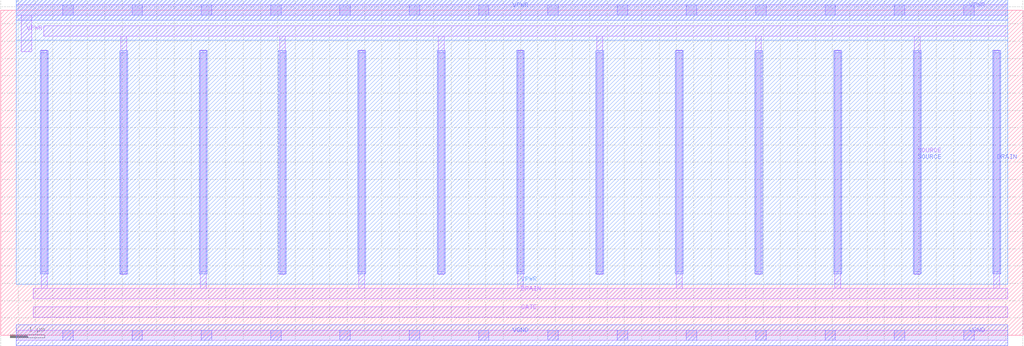
<source format=lef>
VERSION 5.7 ;
  NOWIREEXTENSIONATPIN ON ;
  DIVIDERCHAR "/" ;
  BUSBITCHARS "[]" ;
MACRO sky130_asc_pfet_01v8_lvt_12
  CLASS CORE ;
  FOREIGN sky130_asc_pfet_01v8_lvt_12 ;
  ORIGIN 0.000 0.000 ;
  SIZE 29.515 BY 9.400 ;
  SITE unitasc ;
  PIN GATE
    DIRECTION INOUT ;
    USE SIGNAL ;
    ANTENNAGATEAREA 154.800003 ;
    PORT
      LAYER li1 ;
        RECT 0.940 0.520 29.060 0.820 ;
    END
  END GATE
  PIN SOURCE
    DIRECTION INOUT ;
    USE SIGNAL ;
    ANTENNADIFFAREA 11.223000 ;
    PORT
      LAYER li1 ;
        RECT 1.240 8.650 29.060 8.950 ;
        RECT 3.465 1.755 3.635 8.650 ;
        RECT 8.045 1.755 8.215 8.650 ;
        RECT 12.625 1.755 12.795 8.650 ;
        RECT 17.205 1.755 17.375 8.650 ;
        RECT 21.785 1.755 21.955 8.650 ;
        RECT 26.365 1.755 26.535 8.650 ;
      LAYER mcon ;
        RECT 3.465 1.835 3.635 8.165 ;
        RECT 8.045 1.835 8.215 8.165 ;
        RECT 12.625 1.835 12.795 8.165 ;
        RECT 17.205 1.835 17.375 8.165 ;
        RECT 21.785 1.835 21.955 8.165 ;
        RECT 26.365 1.835 26.535 8.165 ;
      LAYER met1 ;
        RECT 3.435 1.775 3.665 8.225 ;
        RECT 8.015 1.775 8.245 8.225 ;
        RECT 12.595 1.775 12.825 8.225 ;
        RECT 17.175 1.775 17.405 8.225 ;
        RECT 21.755 1.775 21.985 8.225 ;
        RECT 26.335 1.775 26.565 8.225 ;
    END
  END SOURCE
  PIN DRAIN
    DIRECTION INOUT ;
    USE SIGNAL ;
    ANTENNADIFFAREA 13.093500 ;
    PORT
      LAYER li1 ;
        RECT 1.175 1.350 1.345 8.245 ;
        RECT 5.755 1.350 5.925 8.245 ;
        RECT 10.335 1.350 10.505 8.245 ;
        RECT 14.915 1.350 15.085 8.245 ;
        RECT 19.495 1.350 19.665 8.245 ;
        RECT 24.075 1.350 24.245 8.245 ;
        RECT 28.655 1.350 28.825 8.245 ;
        RECT 0.940 1.050 29.060 1.350 ;
      LAYER mcon ;
        RECT 1.175 1.835 1.345 8.165 ;
        RECT 5.755 1.835 5.925 8.165 ;
        RECT 10.335 1.835 10.505 8.165 ;
        RECT 14.915 1.835 15.085 8.165 ;
        RECT 19.495 1.835 19.665 8.165 ;
        RECT 24.075 1.835 24.245 8.165 ;
        RECT 28.655 1.835 28.825 8.165 ;
      LAYER met1 ;
        RECT 1.145 1.775 1.375 8.225 ;
        RECT 5.725 1.775 5.955 8.225 ;
        RECT 10.305 1.775 10.535 8.225 ;
        RECT 14.885 1.775 15.115 8.225 ;
        RECT 19.465 1.775 19.695 8.225 ;
        RECT 24.045 1.775 24.275 8.225 ;
        RECT 28.625 1.775 28.855 8.225 ;
    END
  END DRAIN
  PIN VPWR
    DIRECTION INOUT ;
    USE POWER ;
    PORT
      LAYER nwell ;
        RECT 0.450 8.535 29.060 9.700 ;
        RECT 0.450 1.470 29.065 8.535 ;
        RECT 0.935 1.465 29.065 1.470 ;
      LAYER li1 ;
        RECT 0.450 9.250 29.060 9.550 ;
        RECT 0.590 8.200 0.890 9.250 ;
      LAYER mcon ;
        RECT 1.790 9.250 2.090 9.550 ;
        RECT 3.790 9.250 4.090 9.550 ;
        RECT 5.790 9.250 6.090 9.550 ;
        RECT 7.790 9.250 8.090 9.550 ;
        RECT 9.790 9.250 10.090 9.550 ;
        RECT 11.790 9.250 12.090 9.550 ;
        RECT 13.790 9.250 14.090 9.550 ;
        RECT 15.790 9.250 16.090 9.550 ;
        RECT 17.790 9.250 18.090 9.550 ;
        RECT 19.790 9.250 20.090 9.550 ;
        RECT 21.790 9.250 22.090 9.550 ;
        RECT 23.790 9.250 24.090 9.550 ;
        RECT 25.790 9.250 26.090 9.550 ;
        RECT 27.790 9.250 28.090 9.550 ;
      LAYER met1 ;
        RECT 0.450 9.100 29.060 9.700 ;
    END
  END VPWR
  PIN VGND
    DIRECTION INOUT ;
    USE GROUND ;
    PORT
      LAYER li1 ;
        RECT 0.450 -0.150 29.060 0.150 ;
      LAYER mcon ;
        RECT 1.790 -0.150 2.090 0.150 ;
        RECT 3.790 -0.150 4.090 0.150 ;
        RECT 5.790 -0.150 6.090 0.150 ;
        RECT 7.790 -0.150 8.090 0.150 ;
        RECT 9.790 -0.150 10.090 0.150 ;
        RECT 11.790 -0.150 12.090 0.150 ;
        RECT 13.790 -0.150 14.090 0.150 ;
        RECT 15.790 -0.150 16.090 0.150 ;
        RECT 17.790 -0.150 18.090 0.150 ;
        RECT 19.790 -0.150 20.090 0.150 ;
        RECT 21.790 -0.150 22.090 0.150 ;
        RECT 23.790 -0.150 24.090 0.150 ;
        RECT 25.790 -0.150 26.090 0.150 ;
        RECT 27.790 -0.150 28.090 0.150 ;
      LAYER met1 ;
        RECT 0.450 -0.300 29.060 0.300 ;
    END
  END VGND
END sky130_asc_pfet_01v8_lvt_12
END LIBRARY


</source>
